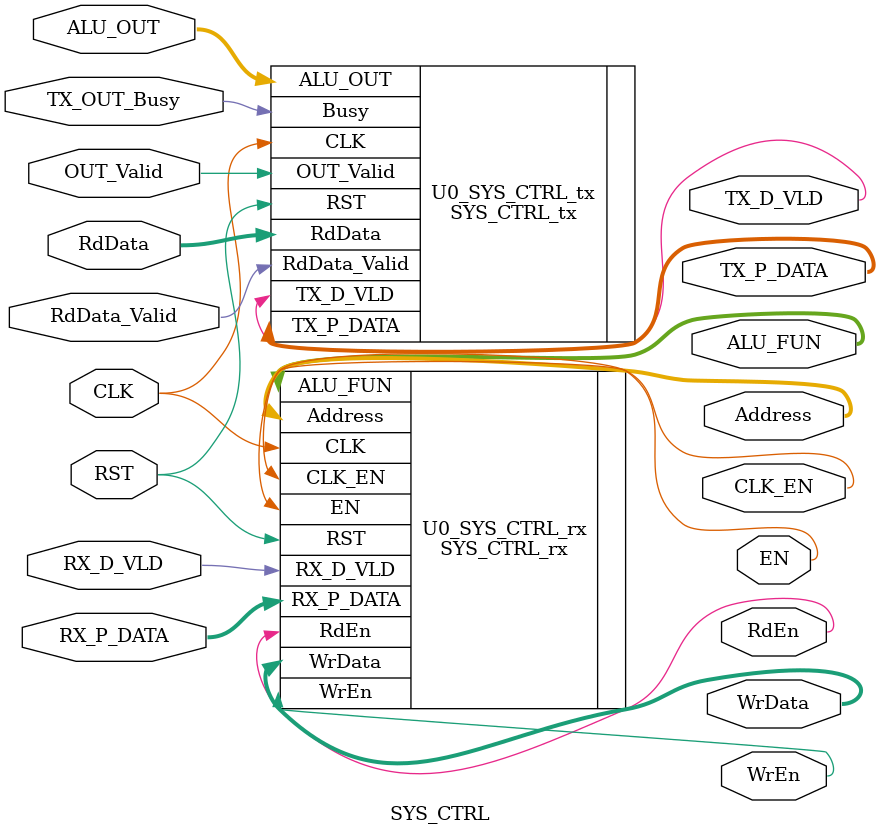
<source format=v>

	
module SYS_CTRL
(
input     wire             CLK,        ///////////
input     wire             RST,
input     wire [7:0]       RX_P_DATA,
input     wire             RX_D_VLD,
input     wire [7:0]      ALU_OUT,
input     wire             OUT_Valid,
input     wire [7:0]       RdData,
input     wire             RdData_Valid,
input     wire             TX_OUT_Busy,
output    wire             EN,
output    wire [3:0]       ALU_FUN,
output    wire             CLK_EN, 
output    wire [3:0]       Address,
output    wire             WrEn,
output    wire             RdEn,
output    wire [7:0]       WrData,
output    wire [7:0]       TX_P_DATA,
output    wire             TX_D_VLD

);	  


SYS_CTRL_rx U0_SYS_CTRL_rx  (
.CLK(CLK),
.RST(RST),
.RX_P_DATA(RX_P_DATA),
.RX_D_VLD(RX_D_VLD),
.EN(EN),
.ALU_FUN(ALU_FUN),
.CLK_EN(CLK_EN),
.Address(Address),
.WrEn(WrEn),
.RdEn(RdEn),
.WrData(WrData)
);



SYS_CTRL_tx U0_SYS_CTRL_tx (
.CLK(CLK),
.RST(RST),
.ALU_OUT( ALU_OUT),
.OUT_Valid(OUT_Valid),
.RdData(RdData),
.RdData_Valid(RdData_Valid),
.Busy(TX_OUT_Busy),
.TX_P_DATA(TX_P_DATA),
.TX_D_VLD( TX_D_VLD)
 );
 
 endmodule



   
</source>
